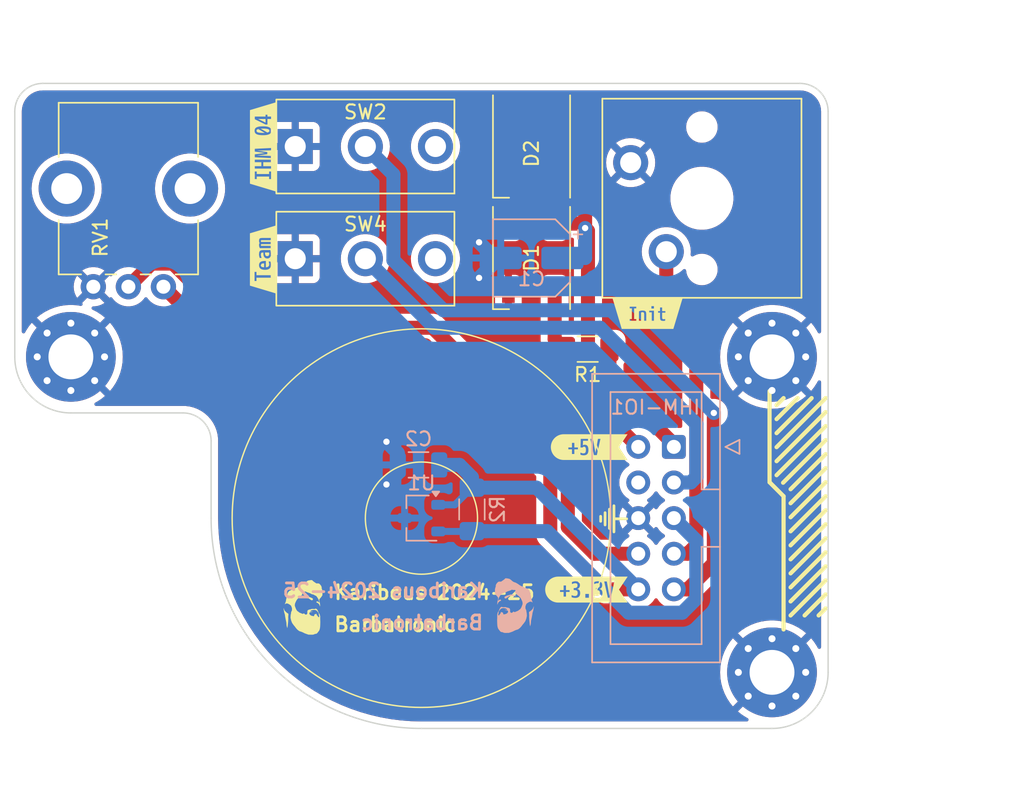
<source format=kicad_pcb>
(kicad_pcb (version 20240108) (generator "pcbnew") (generator_version "8.0")
  (layers (0 "F.Cu" signal "Front") (31 "B.Cu" signal "Back") (34 "B.Paste" user) (35 "F.Paste" user) (36 "B.SilkS" user "B.Silkscreen") (37 "F.SilkS" user "F.Silkscreen") (38 "B.Mask" user) (39 "F.Mask" user) (44 "Edge.Cuts" user))
  (net 0 "")
  (net 1 "+5V")
  (net 2 "IHM_4")
  (net 3 "NEO_PIXEL")
  (net 4 "Net-(D1-DIN)")
  (net 5 "GND")
  (net 6 "Couleur")
  (net 7 "Init")
  (net 8 "+3V3")
  (net 9 "Tirette")
  (net 11 "Analog1")
  (net 13 "Net-(D1-DOUT)")
  (net 14 "Analog0")
  (footprint "LED_SMD:LED_WS2812B_PLCC4_5.0x5.0mm_P3.2mm" (layer "F.Cu") (at 156.650001 74.45 -90)
    (property "Reference" "D2" (at 0.5 0 90) (layer "F.SilkS"))
    (property "Value" "WS2812B")
    (pad "1" smd rect (at -2.45 -1.65 270) (size 1.5 0.9) (layers "F.Cu" "F.Paste" "F.Mask") (net 1 "+5V"))
    (pad "2" smd rect (at -2.45 1.65 270) (size 1.5 0.9) (layers "F.Cu" "F.Paste" "F.Mask"))
    (pad "3" smd rect (at 2.45 1.65 270) (size 1.5 0.9) (layers "F.Cu" "F.Paste" "F.Mask") (net 5 "GND"))
    (pad "4" smd rect (at 2.45 -1.65 270) (size 1.5 0.9) (layers "F.Cu" "F.Paste" "F.Mask") (net 13 "Net-(D1-DOUT)"))
  )
  (footprint "kibuzzard-64A1DFD6" (layer "F.Cu") (at 137.495235 74.477377 90)
    (property "Reference" "kibuzzard-64A1DFD6" (hide yes))
    (property "Value" "G***" (hide yes))
  )
  (footprint "Potentiometer_THT:Potentiometer_Bourns_PTV09A-1_Single_Vertical" (layer "F.Cu") (at 130.400001 84.45 90)
    (property "Reference" "RV1" (at 3.51 -4.5 270) (layer "F.SilkS"))
    (property "Value" "R_Potentiometer_Small" (hide yes))
    (pad "" np_thru_hole circle (at 7 -6.9 90) (size 4 4) (drill 2.2) (layers "*.Cu" "*.Mask"))
    (pad "" np_thru_hole circle (at 7 1.899999 90) (size 4 4) (drill 2.2) (layers "*.Cu" "*.Mask"))
    (pad "1" thru_hole circle (at 0 0 90) (size 1.8 1.8) (drill 1) (layers "*.Cu" "*.Mask") (net 8 "+3V3"))
    (pad "2" thru_hole circle (at 0 -2.5 90) (size 1.8 1.8) (drill 1) (layers "*.Cu" "*.Mask") (net 14 "Analog0"))
    (pad "3" thru_hole circle (at 0 -5 90) (size 1.8 1.8) (drill 1) (layers "*.Cu" "*.Mask") (net 5 "GND"))
  )
  (footprint "kibuzzard-64A1DFA1" (layer "F.Cu") (at 137.485051 82.505721 90)
    (property "Reference" "kibuzzard-64A1DFA1" (hide yes))
    (property "Value" "G***" (hide yes))
  )
  (footprint "LOGO" (layer "F.Cu") (at 162.5 101 -90)
    (property "Reference" "G***" (hide yes))
    (property "Value" "LOGO" (hide yes))
  )
  (footprint "MountingHole:MountingHole_3.2mm_M3_Pad_Via" (layer "F.Cu") (at 173.8 111.95)
    (property "Reference" "H4" (hide yes))
    (property "Value" "M3")
    (pad "1" thru_hole circle (at -2.4 0) (size 0.8 0.8) (drill 0.5) (layers "*.Cu" "*.Mask") (net 5 "GND"))
    (pad "1" thru_hole circle (at -1.697056 -1.697056) (size 0.8 0.8) (drill 0.5) (layers "*.Cu" "*.Mask") (net 5 "GND"))
    (pad "1" thru_hole circle (at -1.697056 1.697056) (size 0.8 0.8) (drill 0.5) (layers "*.Cu" "*.Mask") (net 5 "GND"))
    (pad "1" thru_hole circle (at 0 -2.4) (size 0.8 0.8) (drill 0.5) (layers "*.Cu" "*.Mask") (net 5 "GND"))
    (pad "1" thru_hole circle (at 0 0) (size 6.4 6.4) (drill 3.2) (layers "*.Cu" "*.Mask") (net 5 "GND"))
    (pad "1" thru_hole circle (at 0 2.4) (size 0.8 0.8) (drill 0.5) (layers "*.Cu" "*.Mask") (net 5 "GND"))
    (pad "1" thru_hole circle (at 1.697056 -1.697056) (size 0.8 0.8) (drill 0.5) (layers "*.Cu" "*.Mask") (net 5 "GND"))
    (pad "1" thru_hole circle (at 1.697056 1.697056) (size 0.8 0.8) (drill 0.5) (layers "*.Cu" "*.Mask") (net 5 "GND"))
    (pad "1" thru_hole circle (at 2.4 0) (size 0.8 0.8) (drill 0.5) (layers "*.Cu" "*.Mask") (net 5 "GND"))
  )
  (footprint "footprints:SK-12D10 1P2T" (layer "F.Cu") (at 144.8 82.45)
    (property "Reference" "SW4" (at 0 -2.46 0) (layer "F.SilkS"))
    (property "Value" "SW_SPDT")
    (pad "1" thru_hole rect (at -5 0) (size 2.5 2.5) (drill 1.5) (layers "*.Cu" "*.Mask") (net 5 "GND"))
    (pad "2" thru_hole circle (at 0 0) (size 2.5 2.5) (drill 1.5) (layers "*.Cu" "*.Mask") (net 6 "Couleur"))
    (pad "3" thru_hole circle (at 5 0) (size 2.5 2.5) (drill 1.5) (layers "*.Cu" "*.Mask"))
  )
  (footprint "MountingHole:MountingHole_3.2mm_M3_Pad_Via" (layer "F.Cu") (at 123.8 89.45)
    (property "Reference" "H3" (hide yes))
    (property "Value" "M3")
    (pad "1" thru_hole circle (at -2.4 0) (size 0.8 0.8) (drill 0.5) (layers "*.Cu" "*.Mask") (net 5 "GND"))
    (pad "1" thru_hole circle (at -1.697056 -1.697056) (size 0.8 0.8) (drill 0.5) (layers "*.Cu" "*.Mask") (net 5 "GND"))
    (pad "1" thru_hole circle (at -1.697056 1.697056) (size 0.8 0.8) (drill 0.5) (layers "*.Cu" "*.Mask") (net 5 "GND"))
    (pad "1" thru_hole circle (at 0 -2.4) (size 0.8 0.8) (drill 0.5) (layers "*.Cu" "*.Mask") (net 5 "GND"))
    (pad "1" thru_hole circle (at 0 0) (size 6.4 6.4) (drill 3.2) (layers "*.Cu" "*.Mask") (net 5 "GND"))
    (pad "1" thru_hole circle (at 0 2.4) (size 0.8 0.8) (drill 0.5) (layers "*.Cu" "*.Mask") (net 5 "GND"))
    (pad "1" thru_hole circle (at 1.697056 -1.697056) (size 0.8 0.8) (drill 0.5) (layers "*.Cu" "*.Mask") (net 5 "GND"))
    (pad "1" thru_hole circle (at 1.697056 1.697056) (size 0.8 0.8) (drill 0.5) (layers "*.Cu" "*.Mask") (net 5 "GND"))
    (pad "1" thru_hole circle (at 2.4 0) (size 0.8 0.8) (drill 0.5) (layers "*.Cu" "*.Mask") (net 5 "GND"))
  )
  (footprint "MountingHole:MountingHole_3.2mm_M3_Pad_Via" (layer "F.Cu") (at 173.8 89.45)
    (property "Reference" "H2" (hide yes))
    (property "Value" "M3")
    (pad "1" thru_hole circle (at -2.4 0) (size 0.8 0.8) (drill 0.5) (layers "*.Cu" "*.Mask") (net 5 "GND"))
    (pad "1" thru_hole circle (at -1.697056 -1.697056) (size 0.8 0.8) (drill 0.5) (layers "*.Cu" "*.Mask") (net 5 "GND"))
    (pad "1" thru_hole circle (at -1.697056 1.697056) (size 0.8 0.8) (drill 0.5) (layers "*.Cu" "*.Mask") (net 5 "GND"))
    (pad "1" thru_hole circle (at 0 -2.4) (size 0.8 0.8) (drill 0.5) (layers "*.Cu" "*.Mask") (net 5 "GND"))
    (pad "1" thru_hole circle (at 0 0) (size 6.4 6.4) (drill 3.2) (layers "*.Cu" "*.Mask") (net 5 "GND"))
    (pad "1" thru_hole circle (at 0 2.4) (size 0.8 0.8) (drill 0.5) (layers "*.Cu" "*.Mask") (net 5 "GND"))
    (pad "1" thru_hole circle (at 1.697056 -1.697056) (size 0.8 0.8) (drill 0.5) (layers "*.Cu" "*.Mask") (net 5 "GND"))
    (pad "1" thru_hole circle (at 1.697056 1.697056) (size 0.8 0.8) (drill 0.5) (layers "*.Cu" "*.Mask") (net 5 "GND"))
    (pad "1" thru_hole circle (at 2.4 0) (size 0.8 0.8) (drill 0.5) (layers "*.Cu" "*.Mask") (net 5 "GND"))
  )
  (footprint "kibuzzard-666F551A" (layer "F.Cu") (at 164.923575 86.36)
    (property "Reference" "kibuzzard-666F551A" (hide yes))
    (property "Value" "G***" (hide yes))
  )
  (footprint "kibuzzard-64A1DF73" (layer "F.Cu") (at 160.564692 106.047727)
    (property "Reference" "kibuzzard-64A1DF73" (hide yes))
    (property "Value" "G***" (hide yes))
  )
  (footprint "footprints:SK-12D10 1P2T" (layer "F.Cu") (at 144.8 74.45)
    (property "Reference" "SW2" (at 0 -2.46 0) (layer "F.SilkS"))
    (property "Value" "SW_SPDT")
    (pad "1" thru_hole rect (at -5 0) (size 2.5 2.5) (drill 1.5) (layers "*.Cu" "*.Mask") (net 5 "GND"))
    (pad "2" thru_hole circle (at 0 0) (size 2.5 2.5) (drill 1.5) (layers "*.Cu" "*.Mask") (net 2 "IHM_4"))
    (pad "3" thru_hole circle (at 5 0) (size 2.5 2.5) (drill 1.5) (layers "*.Cu" "*.Mask"))
  )
  (footprint "LED_SMD:LED_WS2812B_PLCC4_5.0x5.0mm_P3.2mm" (layer "F.Cu") (at 156.65 82.4 -90)
    (property "Reference" "D1" (at 0 0 90) (layer "F.SilkS"))
    (property "Value" "WS2812B")
    (pad "1" smd rect (at -2.45 -1.65 270) (size 1.5 0.9) (layers "F.Cu" "F.Paste" "F.Mask") (net 1 "+5V"))
    (pad "2" smd rect (at -2.45 1.65 270) (size 1.5 0.9) (layers "F.Cu" "F.Paste" "F.Mask") (net 13 "Net-(D1-DOUT)"))
    (pad "3" smd rect (at 2.45 1.65 270) (size 1.5 0.9) (layers "F.Cu" "F.Paste" "F.Mask") (net 5 "GND"))
    (pad "4" smd rect (at 2.45 -1.65 270) (size 1.5 0.9) (layers "F.Cu" "F.Paste" "F.Mask") (net 4 "Net-(D1-DIN)"))
  )
  (footprint "Resistor_SMD:R_1206_3216Metric_Pad1.30x1.75mm_HandSolder" (layer "F.Cu") (at 160.655 88.9 180)
    (property "Reference" "R1" (at 0 -1.82 180) (layer "F.SilkS"))
    (property "Value" "R_Small")
    (pad "1" smd roundrect (at -1.550001 0 180) (size 1.3 1.75) (layers "F.Cu" "F.Paste" "F.Mask") (roundrect_rratio 0.192308) (net 3 "NEO_PIXEL"))
    (pad "2" smd roundrect (at 1.550001 0 180) (size 1.3 1.75) (layers "F.Cu" "F.Paste" "F.Mask") (roundrect_rratio 0.192308) (net 4 "Net-(D1-DIN)"))
  )
  (footprint "LOGO" (layer "F.Cu") (at 140.335 107.315)
    (property "Reference" "G***" (hide yes))
    (property "Value" "LOGO" (hide yes))
  )
  (footprint "PCM_Switch_Keyboard_Cherry_MX:SW_Cherry_MX_PCB_1.00u" (layer "F.Cu") (at 168.8 78.14 90)
    (property "Reference" "SW1" (hide yes))
    (property "Value" "SW_Push")
    (pad "" np_thru_hole circle (at -5.08 0 90) (size 1.75 1.75) (drill 1.75) (layers "*.Cu" "*.Mask"))
    (pad "" np_thru_hole circle (at 0 0 90) (size 4 4) (drill 4) (layers "*.Cu" "*.Mask"))
    (pad "" np_thru_hole circle (at 5.08 0 90) (size 1.75 1.75) (drill 1.75) (layers "*.Cu" "*.Mask"))
    (pad "1" thru_hole circle (at -3.81 -2.54 90) (size 2.5 2.5) (drill 1.5) (layers "*.Cu" "*.Mask") (net 7 "Init"))
    (pad "2" thru_hole circle (at 2.54 -5.08 90) (size 2.5 2.5) (drill 1.5) (layers "*.Cu" "*.Mask") (net 5 "GND"))
  )
  (footprint "kibuzzard-64A1DF46" (layer "F.Cu") (at 160.763945 95.885855)
    (property "Reference" "kibuzzard-64A1DF46" (hide yes))
    (property "Value" "G***" (hide yes))
  )
  (footprint "Resistor_SMD:R_1206_3216Metric_Pad1.30x1.75mm_HandSolder" (layer "B.Cu") (at 152.4 100.33 90)
    (property "Reference" "R2" (at 0 1.82 270) (layer "B.SilkS") (effects (justify mirror)))
    (property "Value" "4.8k")
    (pad "1" smd roundrect (at -1.550001 0 90) (size 1.3 1.75) (layers "B.Cu" "B.Paste" "B.Mask") (roundrect_rratio 0.192308) (net 9 "Tirette"))
    (pad "2" smd roundrect (at 1.550001 0 90) (size 1.3 1.75) (layers "B.Cu" "B.Paste" "B.Mask") (roundrect_rratio 0.192308) (net 8 "+3V3"))
  )
  (footprint "Connector_IDC:IDC-Header_2x05_P2.54mm_Vertical" (layer "B.Cu") (at 166.8 95.87 180)
    (property "Reference" "IHM-IO1" (at 1.322 2.822 0) (layer "B.SilkS") (effects (justify mirror)))
    (property "Value" "Conn_02x05_Odd_Even")
    (pad "1" thru_hole roundrect (at 0 0 180) (size 1.7 1.7) (drill 1) (layers "*.Cu" "*.Mask") (roundrect_rratio 0.147059) (net 3 "NEO_PIXEL"))
    (pad "2" thru_hole circle (at 2.54 0 180) (size 1.7 1.7) (drill 1) (layers "*.Cu" "*.Mask") (net 1 "+5V"))
    (pad "3" thru_hole circle (at 0 -2.54 180) (size 1.7 1.7) (drill 1) (layers "*.Cu" "*.Mask") (net 6 "Couleur"))
    (pad "4" thru_hole circle (at 2.54 -2.54 180) (size 1.7 1.7) (drill 1) (layers "*.Cu" "*.Mask") (net 11 "Analog1"))
    (pad "5" thru_hole circle (at 0 -5.08 180) (size 1.7 1.7) (drill 1) (layers "*.Cu" "*.Mask") (net 9 "Tirette"))
    (pad "6" thru_hole circle (at 2.54 -5.08 180) (size 1.7 1.7) (drill 1) (layers "*.Cu" "*.Mask") (net 5 "GND"))
    (pad "7" thru_hole circle (at 0 -7.62 180) (size 1.7 1.7) (drill 1) (layers "*.Cu" "*.Mask") (net 7 "Init"))
    (pad "8" thru_hole circle (at 2.54 -7.62 180) (size 1.7 1.7) (drill 1) (layers "*.Cu" "*.Mask") (net 14 "Analog0"))
    (pad "9" thru_hole circle (at 0 -10.16 180) (size 1.7 1.7) (drill 1) (layers "*.Cu" "*.Mask") (net 2 "IHM_4"))
    (pad "10" thru_hole circle (at 2.54 -10.16 180) (size 1.7 1.7) (drill 1) (layers "*.Cu" "*.Mask") (net 8 "+3V3"))
  )
  (footprint "Capacitor_SMD:CP_Elec_5x5.4" (layer "B.Cu") (at 156.65 82.4 180)
    (property "Reference" "C1" (at 0 -1.491582 180) (layer "B.SilkS") (effects (justify mirror)))
    (property "Value" "22uF")
    (pad "1" smd roundrect (at -2.2 0 180) (size 3 1.6) (layers "B.Cu" "B.Paste" "B.Mask") (roundrect_rratio 0.15625) (net 1 "+5V"))
    (pad "2" smd roundrect (at 2.2 0 180) (size 3 1.6) (layers "B.Cu" "B.Paste" "B.Mask") (roundrect_rratio 0.15625) (net 5 "GND"))
  )
  (footprint "Package_TO_SOT_SMD:SOT-23W" (layer "B.Cu") (at 148.8 100.95 180)
    (property "Reference" "U1" (at 0 2.5 180) (layer "B.SilkS") (effects (justify mirror)))
    (property "Value" "~")
    (pad "1" smd roundrect (at -1.2 0.95 180) (size 1 0.7) (layers "B.Cu" "B.Paste" "B.Mask") (net 8 "+3V3"))
    (pad "2" smd roundrect (at -1.2 -0.95 180) (size 1 0.7) (layers "B.Cu" "B.Paste" "B.Mask") (net 9 "Tirette"))
    (pad "3" smd roundrect (at 1.2 0 180) (size 1 0.7) (layers "B.Cu" "B.Paste" "B.Mask") (net 5 "GND"))
  )
  (footprint "LOGO" (layer "B.Cu") (at 155.448 107.188 180)
    (property "Reference" "G***" (hide yes))
    (property "Value" "LOGO" (hide yes))
  )
  (footprint "Capacitor_SMD:C_1206_3216Metric" (layer "B.Cu") (at 148.59 97.155 180)
    (property "Reference" "C2" (at 0 1.85 180) (layer "B.SilkS") (effects (justify mirror)))
    (property "Value" "100n")
    (pad "1" smd roundrect (at -1.475 0 180) (size 1.15 1.8) (layers "B.Cu" "B.Paste" "B.Mask") (roundrect_rratio 0.217391) (net 8 "+3V3"))
    (pad "2" smd roundrect (at 1.475 0 180) (size 1.15 1.8) (layers "B.Cu" "B.Paste" "B.Mask") (roundrect_rratio 0.217391) (net 5 "GND"))
  )
  (gr_line (start 177.625 96.39) (end 175.125 98.89) (stroke (width 0.3)) (layer "F.SilkS"))
  (gr_line (start 177.625 105.39) (end 175.125 107.89) (stroke (width 0.3)) (layer "F.SilkS"))
  (gr_line (start 177.625 103.39) (end 175.125 105.89) (stroke (width 0.3)) (layer "F.SilkS"))
  (gr_line (start 177.625 106.39) (end 176.125 107.89) (stroke (width 0.3)) (layer "F.SilkS"))
  (gr_line (start 174.125 97.89) (end 177.625 94.39) (stroke (width 0.3)) (layer "F.SilkS"))
  (gr_circle (center 148.8 100.95) (end 152.8 100.95) (stroke (width 0.1)) (fill none) (layer "F.SilkS"))
  (gr_line (start 177.625 102.39) (end 175.125 104.89) (stroke (width 0.3)) (layer "F.SilkS"))
  (gr_line (start 174.625 92.39) (end 174.125 92.89) (stroke (width 0.3)) (layer "F.SilkS"))
  (gr_line (start 174.125 94.89) (end 176.625 92.39) (stroke (width 0.3)) (layer "F.SilkS"))
  (gr_line (start 177.625 107.39) (end 177.125 107.89) (stroke (width 0.3)) (layer "F.SilkS"))
  (gr_line (start 177.625 104.39) (end 175.125 106.89) (stroke (width 0.3)) (layer "F.SilkS"))
  (gr_line (start 177.625 100.39) (end 175.125 102.89) (stroke (width 0.3)) (layer "F.SilkS"))
  (gr_line (start 177.625 101.39) (end 175.125 103.89) (stroke (width 0.3)) (layer "F.SilkS"))
  (gr_circle (center 148.8 100.95) (end 162.3 100.95) (stroke (width 0.1)) (fill none) (layer "F.SilkS"))
  (gr_line (start 177.625 98.39) (end 175.125 100.89) (stroke (width 0.3)) (layer "F.SilkS"))
  (gr_line (start 175.625 92.39) (end 174.125 93.89) (stroke (width 0.3)) (layer "F.SilkS"))
  (gr_line (start 174.589367 98.425633) (end 177.625 95.39) (stroke (width 0.3)) (layer "F.SilkS"))
  (gr_line (start 174.625 99.39) (end 174.625 108.89) (stroke (width 0.3)) (layer "F.SilkS"))
  (gr_line (start 177.625 92.39) (end 174.125 95.89) (stroke (width 0.3)) (layer "F.SilkS"))
  (gr_line (start 173.625 98.39) (end 174.625 99.39) (stroke (width 0.3)) (layer "F.SilkS"))
  (gr_line (start 173.625 91.89) (end 173.625 98.39) (stroke (width 0.3)) (layer "F.SilkS"))
  (gr_line (start 174.125 96.89) (end 177.625 93.39) (stroke (width 0.3)) (layer "F.SilkS"))
  (gr_line (start 177.625 99.39) (end 175.125 101.89) (stroke (width 0.3)) (layer "F.SilkS"))
  (gr_line (start 177.625 97.39) (end 175.125 99.89) (stroke (width 0.3)) (layer "F.SilkS"))
  (gr_arc (start 119.8 71.95) (mid 120.385786 70.535786) (end 121.8 69.95) (stroke (width 0.1)) (layer "Edge.Cuts"))
  (gr_line (start 133.8 100.95) (end 133.8 95.45) (stroke (width 0.1)) (layer "Edge.Cuts"))
  (gr_arc (start 175.8 69.95) (mid 177.214214 70.535786) (end 177.8 71.95) (stroke (width 0.1)) (layer "Edge.Cuts"))
  (gr_line (start 121.8 69.95) (end 175.8 69.95) (stroke (width 0.1)) (layer "Edge.Cuts"))
  (gr_arc (start 131.8 93.45) (mid 133.214214 94.035786) (end 133.8 95.45) (stroke (width 0.1)) (layer "Edge.Cuts"))
  (gr_line (start 177.8 71.95) (end 177.8 111.95) (stroke (width 0.1)) (layer "Edge.Cuts"))
  (gr_line (start 119.8 89.45) (end 119.8 71.95) (stroke (width 0.1)) (layer "Edge.Cuts"))
  (gr_line (start 173.8 115.95) (end 148.8 115.95) (stroke (width 0.1)) (layer "Edge.Cuts"))
  (gr_arc (start 123.8 93.45) (mid 120.971573 92.278427) (end 119.8 89.45) (stroke (width 0.1)) (layer "Edge.Cuts"))
  (gr_arc (start 177.8 111.95) (mid 176.628427 114.778427) (end 173.8 115.95) (stroke (width 0.1)) (layer "Edge.Cuts"))
  (gr_arc (start 148.8 115.95) (mid 138.193398 111.556602) (end 133.8 100.95) (stroke (width 0.1)) (layer "Edge.Cuts"))
  (gr_line (start 131.8 93.45) (end 123.8 93.45) (stroke (width 0.1)) (layer "Edge.Cuts"))
  (gr_text "Barbatronic" (at 148.844 108.4072 -0) (layer "B.SilkS") (effects (font (size 1 1) (thickness 0.2)) (justify mirror)))
  (gr_text "Karibous 2024-25" (at 146.05 106.1212 -0) (layer "B.SilkS") (effects (font (size 1 1) (thickness 0.2)) (justify mirror)))
  (gr_text "Karibous 2024-25" (at 149.733 106.2482 0) (layer "F.SilkS") (effects (font (size 1 1) (thickness 0.2))))
  (gr_text "Barbatronic" (at 146.939 108.5342 0) (layer "F.SilkS") (effects (font (size 1 1) (thickness 0.2))))
  (segment (start 160.675594 92.285594) (end 160.675594 80.467711) (width 1) (layer "F.Cu") (net 1))
  (segment (start 160.471883 80.264) (end 160.157883 79.95) (width 1) (layer "F.Cu") (net 1))
  (segment (start 160.675594 80.467711) (end 160.471883 80.264) (width 1) (layer "F.Cu") (net 1))
  (segment (start 160.157883 79.95) (end 158.3 79.95) (width 1) (layer "F.Cu") (net 1))
  (segment (start 160.471883 80.264) (end 160.471883 74.171882) (width 1) (layer "F.Cu") (net 1))
  (segment (start 160.471883 74.171882) (end 158.300001 72) (width 1) (layer "F.Cu") (net 1))
  (segment (start 164.26 95.87) (end 160.675594 92.285594) (width 1) (layer "F.Cu") (net 1))
  (via (at 160.471883 80.264) (size 0.8) (drill 0.45) (layers "F.Cu" "B.Cu") (net 1))
  (segment (start 160.471883 80.264) (end 160.471883 82.4) (width 1) (layer "B.Cu") (net 1))
  (segment (start 160.471883 82.4) (end 158.85 82.4) (width 1) (layer "B.Cu") (net 1))
  (segment (start 167.782 106.03) (end 169.672 104.14) (width 1) (layer "F.Cu") (net 2))
  (segment (start 166.8 106.03) (end 167.782 106.03) (width 1) (layer "F.Cu") (net 2))
  (segment (start 169.672 104.14) (end 169.65 104.118) (width 1) (layer "F.Cu") (net 2))
  (segment (start 169.65 104.118) (end 169.65 93.45) (width 1) (layer "F.Cu") (net 2))
  (via (at 169.65 93.45) (size 0.8) (drill 0.45) (layers "F.Cu" "B.Cu") (net 2))
  (segment (start 162.326 86.126) (end 150.368 86.126) (width 1) (layer "B.Cu") (net 2))
  (segment (start 150.368 86.126) (end 146.8 82.558) (width 1) (layer "B.Cu") (net 2))
  (segment (start 146.8 82.558) (end 146.8 76.45) (width 1) (layer "B.Cu") (net 2))
  (segment (start 146.8 76.45) (end 144.8 74.45) (width 1) (layer "B.Cu") (net 2))
  (segment (start 169.65 93.45) (end 162.326 86.126) (width 1) (layer "B.Cu") (net 2))
  (segment (start 166.8 95.68) (end 162.205001 91.085001) (width 1) (layer "F.Cu") (net 3))
  (segment (start 162.205001 91.085001) (end 162.205001 88.9) (width 1) (layer "F.Cu") (net 3))
  (segment (start 166.8 95.87) (end 166.8 95.68) (width 1) (layer "F.Cu") (net 3))
  (segment (start 159.004 88.9) (end 158.3 88.196) (width 1) (layer "F.Cu") (net 4))
  (segment (start 158.3 88.196) (end 158.3 84.85) (width 1) (layer "F.Cu") (net 4))
  (segment (start 159.104999 88.9) (end 159.004 88.9) (width 1) (layer "F.Cu") (net 4))
  (via (at 152.908 81.28) (size 0.8) (drill 0.45) (layers "F.Cu" "B.Cu") (net 5))
  (via (at 146.304 98.552) (size 0.8) (drill 0.45) (layers "F.Cu" "B.Cu") (net 5))
  (via (at 152.908 83.82) (size 0.8) (drill 0.45) (layers "F.Cu" "B.Cu") (net 5))
  (via (at 146.304 95.504) (size 0.8) (drill 0.45) (layers "F.Cu" "B.Cu") (net 5))
  (segment (start 154.028 82.4) (end 152.908 81.28) (width 1) (layer "B.Cu") (net 5))
  (segment (start 147.115 97.155) (end 147.115 96.315) (width 1) (layer "B.Cu") (net 5))
  (segment (start 147.115 97.741) (end 146.304 98.552) (width 1) (layer "B.Cu") (net 5))
  (segment (start 154.45 82.4) (end 154.328 82.4) (width 1) (layer "B.Cu") (net 5))
  (segment (start 154.328 82.4) (end 152.908 83.82) (width 1) (layer "B.Cu") (net 5))
  (segment (start 154.45 82.4) (end 154.028 82.4) (width 1) (layer "B.Cu") (net 5))
  (segment (start 147.115 96.315) (end 146.304 95.504) (width 1) (layer "B.Cu") (net 5))
  (segment (start 147.115 97.155) (end 147.115 97.741) (width 1) (layer "B.Cu") (net 5))
  (segment (start 168.002081 98.41) (end 168.4 98.012081) (width 1) (layer "B.Cu") (net 6))
  (segment (start 168.4 94.232) (end 161.544 87.376) (width 1) (layer "B.Cu") (net 6))
  (segment (start 168.4 98.012081) (end 168.4 94.232) (width 1) (layer "B.Cu") (net 6))
  (segment (start 149.726 87.376) (end 144.8 82.45) (width 1) (layer "B.Cu") (net 6))
  (segment (start 166.8 98.41) (end 168.002081 98.41) (width 1) (layer "B.Cu") (net 6))
  (segment (start 161.544 87.376) (end 149.726 87.376) (width 1) (layer "B.Cu") (net 6))
  (segment (start 168.4 87.12) (end 166.26 84.98) (width 1) (layer "F.Cu") (net 7))
  (segment (start 167.782 103.49) (end 168.4 102.872) (width 1) (layer "F.Cu") (net 7))
  (segment (start 166.8 103.49) (end 167.782 103.49) (width 1) (layer "F.Cu") (net 7))
  (segment (start 168.4 102.872) (end 168.4 87.12) (width 1) (layer "F.Cu") (net 7))
  (segment (start 166.26 84.98) (end 166.26 81.95) (width 1) (layer "F.Cu") (net 7))
  (segment (start 134.576001 88.626) (end 130.400001 84.45) (width 1) (layer "F.Cu") (net 8))
  (segment (start 157.988 102.108) (end 157.988 97.536) (width 1) (layer "F.Cu") (net 8))
  (segment (start 149.078 88.626) (end 134.576001 88.626) (width 1) (layer "F.Cu") (net 8))
  (segment (start 161.91 106.03) (end 157.988 102.108) (width 1) (layer "F.Cu") (net 8))
  (segment (start 157.988 97.536) (end 149.078 88.626) (width 1) (layer "F.Cu") (net 8))
  (segment (start 164.26 106.03) (end 161.91 106.03) (width 1) (layer "F.Cu") (net 8))
  (segment (start 152.4 98.044) (end 151.511 97.155) (width 1) (layer "B.Cu") (net 8))
  (segment (start 150 100) (end 151.179999 100) (width 0.5) (layer "B.Cu") (net 8))
  (segment (start 151.511 97.155) (end 150.065 97.155) (width 1) (layer "B.Cu") (net 8))
  (segment (start 152.4 98.779999) (end 152.4 98.044) (width 1) (layer "B.Cu") (net 8))
  (segment (start 157.009999 98.779999) (end 152.4 98.779999) (width 1) (layer "B.Cu") (net 8))
  (segment (start 164.26 106.03) (end 157.009999 98.779999) (width 1) (layer "B.Cu") (net 8))
  (segment (start 151.179999 100) (end 152.4 98.779999) (width 0.5) (layer "B.Cu") (net 8))
  (segment (start 166.8 100.95) (end 168.4 102.55) (width 1) (layer "B.Cu") (net 9))
  (segment (start 150 101.9) (end 153.396001 101.9) (width 0.5) (layer "B.Cu") (net 9))
  (segment (start 153.396001 101.9) (end 153.416 101.880001) (width 0.5) (layer "B.Cu") (net 9))
  (segment (start 163.576 107.696) (end 157.760001 101.880001) (width 1) (layer "B.Cu") (net 9))
  (segment (start 157.760001 101.880001) (end 153.416 101.880001) (width 1) (layer "B.Cu") (net 9))
  (segment (start 167.396742 107.696) (end 163.576 107.696) (width 1) (layer "B.Cu") (net 9))
  (segment (start 168.4 106.692742) (end 167.396742 107.696) (width 1) (layer "B.Cu") (net 9))
  (segment (start 153.416 101.880001) (end 152.4 101.880001) (width 1) (layer "B.Cu") (net 9))
  (segment (start 168.4 102.55) (end 168.4 106.692742) (width 1) (layer "B.Cu") (net 9))
  (segment (start 155 79.95) (end 155.250001 79.95) (width 1) (layer "F.Cu") (net 13))
  (segment (start 155.250001 79.95) (end 158.300001 76.9) (width 1) (layer "F.Cu") (net 13))
  (segment (start 159.238 101.590234) (end 159.238 97.018233) (width 1) (layer "F.Cu") (net 14))
  (segment (start 159.238 97.018233) (end 149.595767 87.376) (width 1) (layer "F.Cu") (net 14))
  (segment (start 131.083454 82.8) (end 129.550001 82.8) (width 1) (layer "F.Cu") (net 14))
  (segment (start 164.26 103.49) (end 161.137766 103.49) (width 1) (layer "F.Cu") (net 14))
  (segment (start 149.595767 87.376) (end 135.659454 87.376) (width 1) (layer "F.Cu") (net 14))
  (segment (start 161.137766 103.49) (end 159.238 101.590234) (width 1) (layer "F.Cu") (net 14))
  (segment (start 129.550001 82.8) (end 127.900001 84.45) (width 1) (layer "F.Cu") (net 14))
  (segment (start 135.659454 87.376) (end 131.083454 82.8) (width 1) (layer "F.Cu") (net 14))
  (zone (net 5) (net_name "GND") (layers "F&B.Cu") (connect_pads (clearance 0.5)) (min_thickness 0.25) (fill yes (thermal_gap 0.5) (thermal_bridge_width 0.5))
    (polygon (pts (xy 118.745 69.215) (xy 179.07 69.215) (xy 179.07 116.84) (xy 118.745 116.84)))
  )
)
</source>
